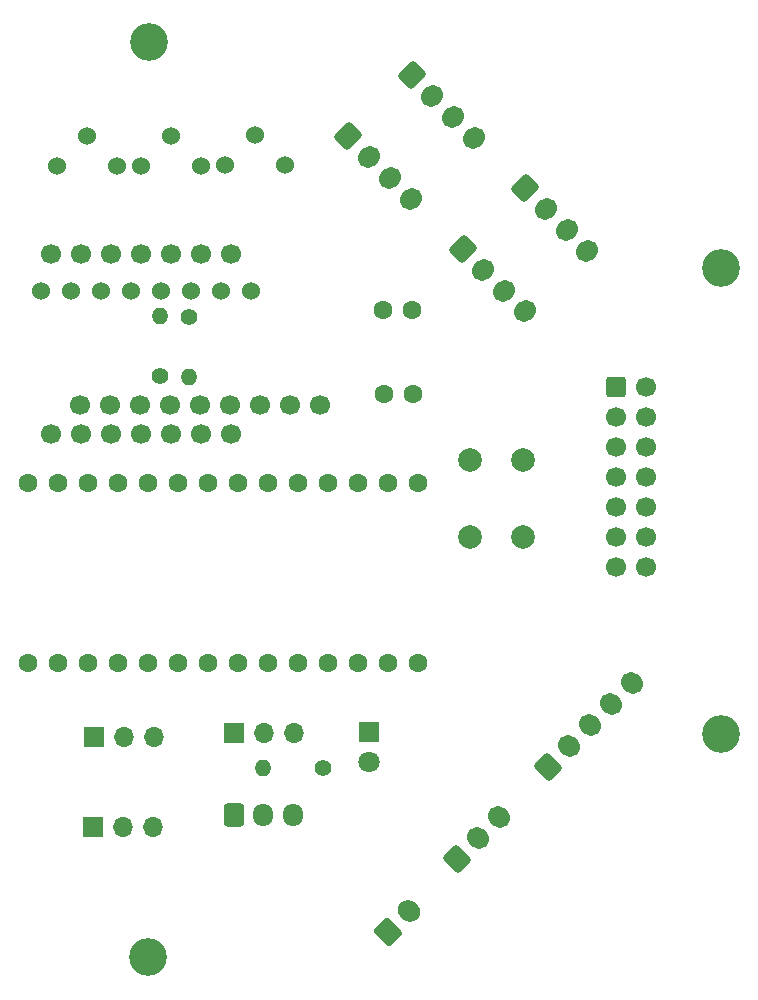
<source format=gbr>
%TF.GenerationSoftware,KiCad,Pcbnew,7.0.9*%
%TF.CreationDate,2024-12-16T14:33:08+09:00*%
%TF.ProjectId,Main maicon,4d61696e-206d-4616-9963-6f6e2e6b6963,rev?*%
%TF.SameCoordinates,Original*%
%TF.FileFunction,Soldermask,Bot*%
%TF.FilePolarity,Negative*%
%FSLAX46Y46*%
G04 Gerber Fmt 4.6, Leading zero omitted, Abs format (unit mm)*
G04 Created by KiCad (PCBNEW 7.0.9) date 2024-12-16 14:33:08*
%MOMM*%
%LPD*%
G01*
G04 APERTURE LIST*
G04 Aperture macros list*
%AMRoundRect*
0 Rectangle with rounded corners*
0 $1 Rounding radius*
0 $2 $3 $4 $5 $6 $7 $8 $9 X,Y pos of 4 corners*
0 Add a 4 corners polygon primitive as box body*
4,1,4,$2,$3,$4,$5,$6,$7,$8,$9,$2,$3,0*
0 Add four circle primitives for the rounded corners*
1,1,$1+$1,$2,$3*
1,1,$1+$1,$4,$5*
1,1,$1+$1,$6,$7*
1,1,$1+$1,$8,$9*
0 Add four rect primitives between the rounded corners*
20,1,$1+$1,$2,$3,$4,$5,0*
20,1,$1+$1,$4,$5,$6,$7,0*
20,1,$1+$1,$6,$7,$8,$9,0*
20,1,$1+$1,$8,$9,$2,$3,0*%
%AMHorizOval*
0 Thick line with rounded ends*
0 $1 width*
0 $2 $3 position (X,Y) of the first rounded end (center of the circle)*
0 $4 $5 position (X,Y) of the second rounded end (center of the circle)*
0 Add line between two ends*
20,1,$1,$2,$3,$4,$5,0*
0 Add two circle primitives to create the rounded ends*
1,1,$1,$2,$3*
1,1,$1,$4,$5*%
G04 Aperture macros list end*
%ADD10RoundRect,0.250000X-0.600000X-0.725000X0.600000X-0.725000X0.600000X0.725000X-0.600000X0.725000X0*%
%ADD11O,1.700000X1.950000*%
%ADD12RoundRect,0.250000X0.088388X-0.936916X0.936916X-0.088388X-0.088388X0.936916X-0.936916X0.088388X0*%
%ADD13HorizOval,1.700000X-0.088388X0.088388X0.088388X-0.088388X0*%
%ADD14RoundRect,0.250000X-0.936916X-0.088388X-0.088388X-0.936916X0.936916X0.088388X0.088388X0.936916X0*%
%ADD15HorizOval,1.700000X-0.088388X-0.088388X0.088388X0.088388X0*%
%ADD16R,1.700000X1.700000*%
%ADD17O,1.700000X1.700000*%
%ADD18C,1.400000*%
%ADD19O,1.400000X1.400000*%
%ADD20C,1.700000*%
%ADD21R,1.800000X1.800000*%
%ADD22C,1.800000*%
%ADD23RoundRect,0.250000X0.106066X-0.954594X0.954594X-0.106066X-0.106066X0.954594X-0.954594X0.106066X0*%
%ADD24HorizOval,1.700000X-0.106066X0.106066X0.106066X-0.106066X0*%
%ADD25C,1.524000*%
%ADD26C,3.200000*%
%ADD27C,1.600000*%
%ADD28RoundRect,0.250000X-0.600000X-0.600000X0.600000X-0.600000X0.600000X0.600000X-0.600000X0.600000X0*%
%ADD29C,2.000000*%
G04 APERTURE END LIST*
D10*
%TO.C,J5*%
X84790000Y-113495000D03*
D11*
X87290000Y-113495000D03*
X89790000Y-113495000D03*
%TD*%
D12*
%TO.C,J7*%
X103694466Y-117255534D03*
D13*
X105462233Y-115487767D03*
X107230000Y-113720000D03*
%TD*%
D14*
%TO.C,J2*%
X99834466Y-50864466D03*
D15*
X101602233Y-52632233D03*
X103370000Y-54400000D03*
X105137767Y-56167767D03*
%TD*%
D16*
%TO.C,SW2*%
X72960000Y-106940000D03*
D17*
X75500000Y-106940000D03*
X78040000Y-106940000D03*
%TD*%
D18*
%TO.C,R2*%
X78530000Y-76320000D03*
D19*
X78530000Y-71240000D03*
%TD*%
D20*
%TO.C,L3GD20H1*%
X71780000Y-78770000D03*
X74320000Y-78770000D03*
X76860000Y-78770000D03*
X79400000Y-78770000D03*
X81940000Y-78770000D03*
X84480000Y-78770000D03*
X87020000Y-78770000D03*
X89560000Y-78770000D03*
X92100000Y-78770000D03*
%TD*%
D21*
%TO.C,D1*%
X96270000Y-106515000D03*
D22*
X96270000Y-109055000D03*
%TD*%
D14*
%TO.C,J9*%
X104152233Y-65572233D03*
D15*
X105920000Y-67340000D03*
X107687767Y-69107767D03*
X109455534Y-70875534D03*
%TD*%
D23*
%TO.C,J1*%
X97872233Y-123407767D03*
D24*
X99640000Y-121640000D03*
%TD*%
D18*
%TO.C,R3*%
X81030000Y-71330000D03*
D19*
X81030000Y-76410000D03*
%TD*%
D25*
%TO.C,BNO1*%
X86280000Y-69150000D03*
X83740000Y-69150000D03*
X81200000Y-69150000D03*
X78660000Y-69150000D03*
X76120000Y-69150000D03*
X73580000Y-69150000D03*
X71040000Y-69150000D03*
X68500000Y-69150000D03*
%TD*%
D26*
%TO.C,REF\u002A\u002A*%
X126050000Y-67160000D03*
%TD*%
D25*
%TO.C,Back*%
X84040000Y-58520000D03*
X86580000Y-55980000D03*
X89120000Y-58520000D03*
%TD*%
D27*
%TO.C,C1*%
X97500000Y-77840000D03*
X100000000Y-77840000D03*
%TD*%
D12*
%TO.C,J6*%
X111418932Y-109451068D03*
D13*
X113186699Y-107683301D03*
X114954466Y-105915534D03*
X116722233Y-104147767D03*
X118490000Y-102380000D03*
%TD*%
D18*
%TO.C,R1*%
X92330000Y-109515000D03*
D19*
X87250000Y-109515000D03*
%TD*%
D14*
%TO.C,J3*%
X94470000Y-56020000D03*
D15*
X96237767Y-57787767D03*
X98005534Y-59555534D03*
X99773301Y-61323301D03*
%TD*%
D16*
%TO.C,SW3*%
X72880000Y-114520000D03*
D17*
X75420000Y-114520000D03*
X77960000Y-114520000D03*
%TD*%
D20*
%TO.C,U2*%
X69310000Y-81220000D03*
X71850000Y-81220000D03*
X74390000Y-81220000D03*
X76930000Y-81220000D03*
X79470000Y-81220000D03*
X82010000Y-81220000D03*
X84550000Y-81220000D03*
X84550000Y-65980000D03*
X82010000Y-65980000D03*
X79470000Y-65980000D03*
X76930000Y-65980000D03*
X74390000Y-65980000D03*
X71850000Y-65980000D03*
X69310000Y-65980000D03*
%TD*%
D25*
%TO.C,RV1*%
X76910000Y-58560000D03*
X79450000Y-56020000D03*
X81990000Y-58560000D03*
%TD*%
D26*
%TO.C,REF\u002A\u002A*%
X77550000Y-125560000D03*
%TD*%
%TO.C,REF\u002A\u002A*%
X126020000Y-106620000D03*
%TD*%
D27*
%TO.C,U1*%
X67320000Y-100630000D03*
X69860000Y-100630000D03*
X72400000Y-100630000D03*
X74940000Y-100630000D03*
X77480000Y-100630000D03*
X80020000Y-100630000D03*
X82560000Y-100630000D03*
X85100000Y-100630000D03*
X87640000Y-100630000D03*
X90180000Y-100630000D03*
X92720000Y-100630000D03*
X95260000Y-100630000D03*
X97800000Y-100630000D03*
X100340000Y-100630000D03*
X100340000Y-85390000D03*
X97800000Y-85390000D03*
X95260000Y-85390000D03*
X92720000Y-85390000D03*
X90180000Y-85390000D03*
X87640000Y-85390000D03*
X85100000Y-85390000D03*
X82560000Y-85390000D03*
X80020000Y-85390000D03*
X77480000Y-85390000D03*
X74940000Y-85390000D03*
X72400000Y-85390000D03*
X69860000Y-85390000D03*
X67320000Y-85390000D03*
%TD*%
D16*
%TO.C,SW1*%
X84800000Y-106595000D03*
D17*
X87340000Y-106595000D03*
X89880000Y-106595000D03*
%TD*%
D28*
%TO.C,J8*%
X117147500Y-77260000D03*
D20*
X119687500Y-77260000D03*
X117147500Y-79800000D03*
X119687500Y-79800000D03*
X117147500Y-82340000D03*
X119687500Y-82340000D03*
X117147500Y-84880000D03*
X119687500Y-84880000D03*
X117147500Y-87420000D03*
X119687500Y-87420000D03*
X117147500Y-89960000D03*
X119687500Y-89960000D03*
X117147500Y-92500000D03*
X119687500Y-92500000D03*
%TD*%
D29*
%TO.C,SW4*%
X109260000Y-83480000D03*
X109260000Y-89980000D03*
X104760000Y-83480000D03*
X104760000Y-89980000D03*
%TD*%
D14*
%TO.C,J4*%
X109424466Y-60444466D03*
D15*
X111192233Y-62212233D03*
X112960000Y-63980000D03*
X114727767Y-65747767D03*
%TD*%
D26*
%TO.C,REF\u002A\u002A*%
X77600000Y-48080000D03*
%TD*%
D25*
%TO.C,RV2*%
X69790000Y-58570000D03*
X72330000Y-56030000D03*
X74870000Y-58570000D03*
%TD*%
D27*
%TO.C,C2*%
X97380000Y-70790000D03*
X99880000Y-70790000D03*
%TD*%
M02*

</source>
